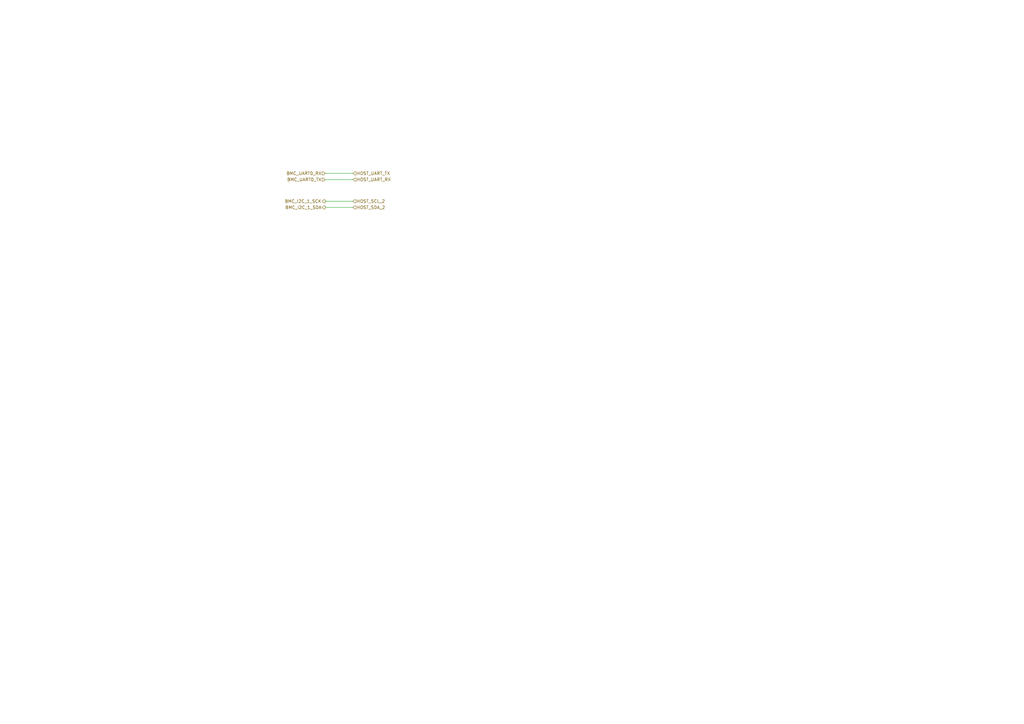
<source format=kicad_sch>
(kicad_sch (version 20230121) (generator eeschema)
  (paper "A3")
  (title_block (title "srvant mk2") (rev "0.1"))
  (lib_symbols)
  (wire (pts (xy 133.35 82.55) (xy 144.78 82.55)))
  (wire (pts (xy 133.35 71.12) (xy 144.78 71.12)))
  (wire (pts (xy 133.35 73.66) (xy 144.78 73.66)))
  (wire (pts (xy 133.35 85.09) (xy 144.78 85.09)))
  (hierarchical_label "BMC_UART0_TX" (shape input) (at 133.35 73.66 180))
  (hierarchical_label "BMC_I2C_1_SDA" (shape output) (at 133.35 85.09 180))
  (hierarchical_label "BMC_I2C_1_SCK" (shape output) (at 133.35 82.55 180))
  (hierarchical_label "HOST_UART_RX" (shape input) (at 144.78 73.66 0))
  (hierarchical_label "HOST_UART_TX" (shape input) (at 144.78 71.12 0))
  (hierarchical_label "HOST_SDA_2" (shape input) (at 144.78 85.09 0))
  (hierarchical_label "HOST_SCL_2" (shape input) (at 144.78 82.55 0))
  (hierarchical_label "BMC_UART0_RX" (shape input) (at 133.35 71.12 180))
)
</source>
